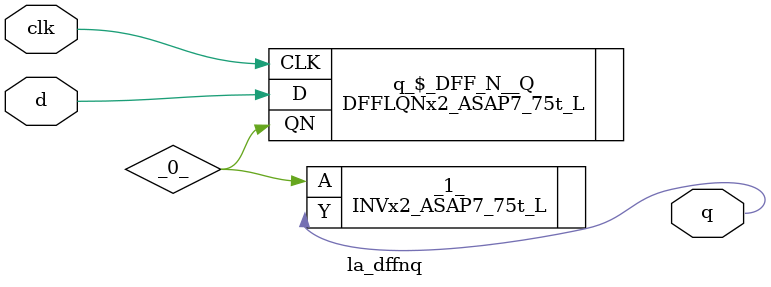
<source format=v>
/* Generated by Yosys 0.37 (git sha1 a5c7f69ed, clang 14.0.0-1ubuntu1.1 -fPIC -Os) */

module la_dffnq(d, clk, q);
  wire _0_;
  input clk;
  wire clk;
  input d;
  wire d;
  output q;
  wire q;
  INVx2_ASAP7_75t_L _1_ (
    .A(_0_),
    .Y(q)
  );
  DFFLQNx2_ASAP7_75t_L \q_$_DFF_N__Q  (
    .CLK(clk),
    .D(d),
    .QN(_0_)
  );
endmodule

</source>
